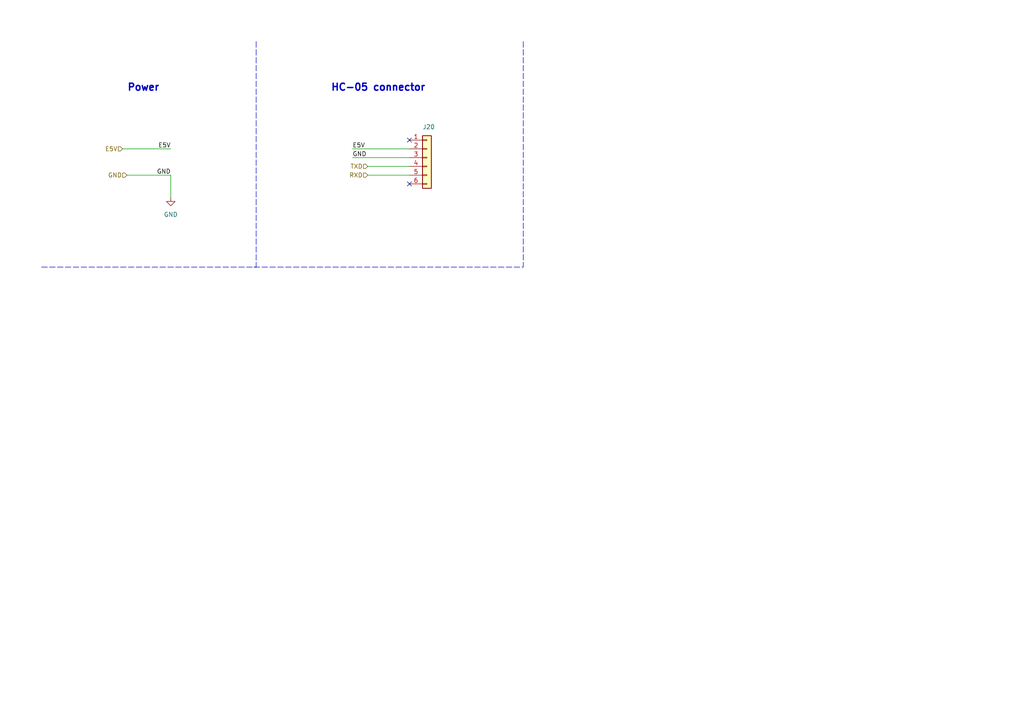
<source format=kicad_sch>
(kicad_sch (version 20211123) (generator eeschema)
  (paper "A4")
  (lib_symbols
    (symbol "Connector_Generic:Conn_01x06" (pin_names (offset 1.016) hide)
      (property "Reference" "J" (at 0 7.62 0))
      (property "Value" "Conn_01x06" (at 0 -10.16 0))
      (symbol "Conn_01x06_1_1"
        (rectangle (start -1.27 -7.493) (end 0 -7.747) (stroke (width 0.1524)))
        (rectangle (start -1.27 -4.953) (end 0 -5.207) (stroke (width 0.1524)))
        (rectangle (start -1.27 -2.413) (end 0 -2.667) (stroke (width 0.1524)))
        (rectangle (start -1.27 0.127) (end 0 -0.127) (stroke (width 0.1524)))
        (rectangle (start -1.27 2.667) (end 0 2.413) (stroke (width 0.1524)))
        (rectangle (start -1.27 5.207) (end 0 4.953) (stroke (width 0.1524)))
        (rectangle (start -1.27 6.35) (end 1.27 -8.89) (stroke (width 0.254)) (fill (type background)))
        (pin passive line (at -5.08 5.08 0) (length 3.81) (name "Pin_1") (number "1"))
        (pin passive line (at -5.08 2.54 0) (length 3.81) (name "Pin_2") (number "2"))
        (pin passive line (at -5.08 0 0) (length 3.81) (name "Pin_3") (number "3"))
        (pin passive line (at -5.08 -2.54 0) (length 3.81) (name "Pin_4") (number "4"))
        (pin passive line (at -5.08 -5.08 0) (length 3.81) (name "Pin_5") (number "5"))
        (pin passive line (at -5.08 -7.62 0) (length 3.81) (name "Pin_6") (number "6"))
      )
    )
    (symbol "power:GND" (power) (pin_names (offset 0))
      (property "Value" "GND" (at 0 -3.81 0))
      (symbol "GND_0_1"
        (polyline (pts (xy 0 0) (xy 0 -1.27) (xy 1.27 -1.27) (xy 0 -2.54) (xy -1.27 -1.27) (xy 0 -1.27)))
      )
      (symbol "GND_1_1"
        (pin power_in line (at 0 0 270) (length 0) hide (name "GND") (number "1"))
      )
    )
  )
  (no_connect (at 118.745 53.34))
  (no_connect (at 118.745 40.64))
  (wire (pts (xy 36.83 50.8) (xy 49.53 50.8)))
  (wire (pts (xy 106.68 48.26) (xy 118.745 48.26)))
  (polyline (pts (xy 12.065 77.47) (xy 74.295 77.47)))
  (polyline (pts (xy 151.765 12.065) (xy 151.765 77.47)))
  (wire (pts (xy 35.56 43.18) (xy 49.53 43.18)))
  (polyline (pts (xy 74.295 12.065) (xy 74.295 77.47)))
  (wire (pts (xy 106.68 50.8) (xy 118.745 50.8)))
  (wire (pts (xy 102.235 43.18) (xy 118.745 43.18)))
  (wire (pts (xy 102.235 45.72) (xy 118.745 45.72)))
  (polyline (pts (xy 73.66 77.47) (xy 151.765 77.47)))
  (wire (pts (xy 49.53 50.8) (xy 49.53 57.15)))
  (text "Power\n" (at 36.83 26.67 0) (effects (font (size 2.032 2.032) (thickness 0.4064) bold) (justify left bottom)))
  (text "HC-05 connector\n" (at 95.885 26.67 0) (effects (font (size 2.032 2.032) (thickness 0.4064) bold) (justify left bottom)))
  (label "GND" (at 102.235 45.72 0))
  (label "E5V" (at 102.235 43.18 0))
  (label "GND" (at 49.53 50.8 180))
  (label "E5V" (at 49.53 43.18 180))
  (hierarchical_label "GND" (shape input) (at 36.83 50.8 180))
  (hierarchical_label "RXD" (shape input) (at 106.68 50.8 180))
  (hierarchical_label "E5V" (shape input) (at 35.56 43.18 180))
  (hierarchical_label "TXD" (shape input) (at 106.68 48.26 180))
  (symbol (lib_id "Connector_Generic:Conn_01x06") (at 123.825 45.72 0) (unit 1)
    (property "Reference" "J20" (at 122.555 36.83 0) (effects (justify left)))
    (property "Value" "Conn_01x06" (effects hide))
    (property "Footprint" "Connector_PinSocket_2.54mm:PinSocket_1x06_P2.54mm_Vertical" (effects hide))
  )
  (symbol (lib_id "power:GND") (at 49.53 57.15 0) (unit 1)
    (property "Reference" "#PWR0116" (effects hide))
    (property "Value" "GND" (at 49.53 62.23 0))
  )
)
</source>
